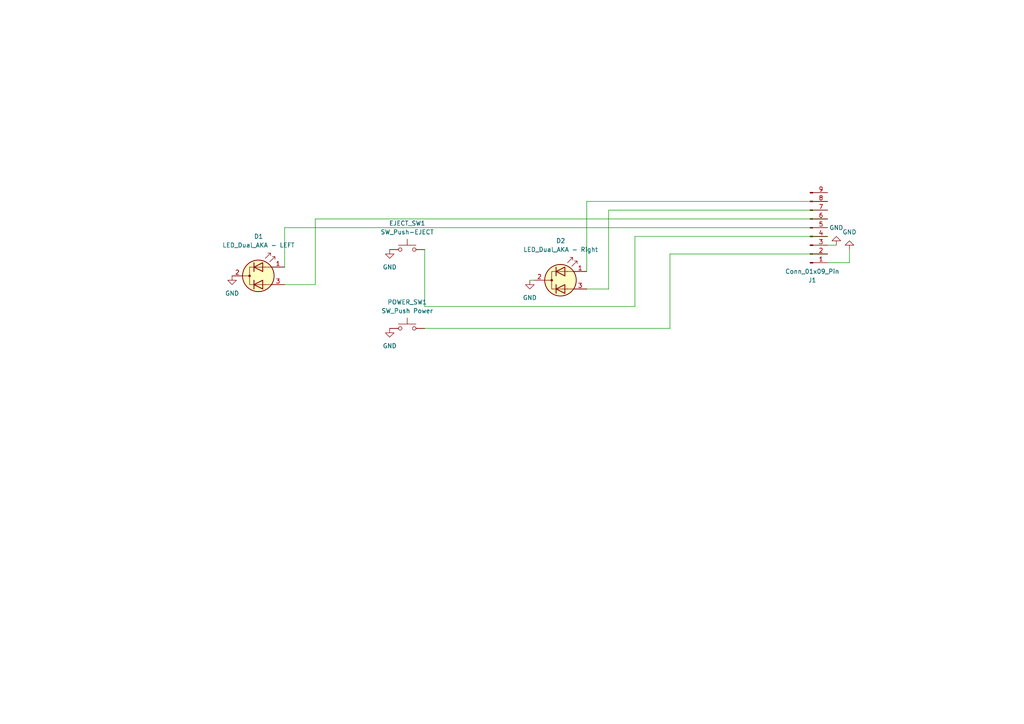
<source format=kicad_sch>
(kicad_sch (version 20231120) (generator "eeschema") (generator_version "8.0")
  (paper "A4")
  (lib_symbols
    (symbol "Connector:Conn_01x09_Pin" (pin_names (offset 1.016) hide)
      (property "Reference" "J" (at 0 12.7 0))
      (property "Value" "Conn_01x09_Pin" (at 0 -12.7 0))
      (symbol "Conn_01x09_Pin_1_1"
        (polyline (pts (xy 1.27 -10.16) (xy 0.8636 -10.16)) (stroke (width 0.1524)))
        (polyline (pts (xy 1.27 -7.62) (xy 0.8636 -7.62)) (stroke (width 0.1524)))
        (polyline (pts (xy 1.27 -5.08) (xy 0.8636 -5.08)) (stroke (width 0.1524)))
        (polyline (pts (xy 1.27 -2.54) (xy 0.8636 -2.54)) (stroke (width 0.1524)))
        (polyline (pts (xy 1.27 0) (xy 0.8636 0)) (stroke (width 0.1524)))
        (polyline (pts (xy 1.27 2.54) (xy 0.8636 2.54)) (stroke (width 0.1524)))
        (polyline (pts (xy 1.27 5.08) (xy 0.8636 5.08)) (stroke (width 0.1524)))
        (polyline (pts (xy 1.27 7.62) (xy 0.8636 7.62)) (stroke (width 0.1524)))
        (polyline (pts (xy 1.27 10.16) (xy 0.8636 10.16)) (stroke (width 0.1524)))
        (rectangle (start 0.8636 -10.033) (end 0 -10.287) (stroke (width 0.1524)) (fill (type outline)))
        (rectangle (start 0.8636 -7.493) (end 0 -7.747) (stroke (width 0.1524)) (fill (type outline)))
        (rectangle (start 0.8636 -4.953) (end 0 -5.207) (stroke (width 0.1524)) (fill (type outline)))
        (rectangle (start 0.8636 -2.413) (end 0 -2.667) (stroke (width 0.1524)) (fill (type outline)))
        (rectangle (start 0.8636 0.127) (end 0 -0.127) (stroke (width 0.1524)) (fill (type outline)))
        (rectangle (start 0.8636 2.667) (end 0 2.413) (stroke (width 0.1524)) (fill (type outline)))
        (rectangle (start 0.8636 5.207) (end 0 4.953) (stroke (width 0.1524)) (fill (type outline)))
        (rectangle (start 0.8636 7.747) (end 0 7.493) (stroke (width 0.1524)) (fill (type outline)))
        (rectangle (start 0.8636 10.287) (end 0 10.033) (stroke (width 0.1524)) (fill (type outline)))
        (pin passive line (at 5.08 10.16 180) (length 3.81) (name "Pin_1") (number "1"))
        (pin passive line (at 5.08 7.62 180) (length 3.81) (name "Pin_2") (number "2"))
        (pin passive line (at 5.08 5.08 180) (length 3.81) (name "Pin_3") (number "3"))
        (pin passive line (at 5.08 2.54 180) (length 3.81) (name "Pin_4") (number "4"))
        (pin passive line (at 5.08 0 180) (length 3.81) (name "Pin_5") (number "5"))
        (pin passive line (at 5.08 -2.54 180) (length 3.81) (name "Pin_6") (number "6"))
        (pin passive line (at 5.08 -5.08 180) (length 3.81) (name "Pin_7") (number "7"))
        (pin passive line (at 5.08 -7.62 180) (length 3.81) (name "Pin_8") (number "8"))
        (pin passive line (at 5.08 -10.16 180) (length 3.81) (name "Pin_9") (number "9"))
      )
    )
    (symbol "Device:LED_Dual_AKA" (pin_names (offset 0) hide)
      (property "Reference" "D" (at 0 5.715 0))
      (property "Value" "LED_Dual_AKA" (at 0 -6.35 0))
      (symbol "LED_Dual_AKA_0_1"
        (circle (center -2.54 0) (radius 0.2794) (fill (type outline)))
        (polyline (pts (xy -4.572 0) (xy -2.54 0)))
        (polyline (pts (xy -1.27 -1.27) (xy -1.27 -3.81)) (stroke (width 0.254)))
        (polyline (pts (xy -1.27 1.27) (xy -1.27 3.81)) (stroke (width 0.254)))
        (polyline (pts (xy 3.81 -2.54) (xy 1.905 -2.54)))
        (polyline (pts (xy 3.81 2.54) (xy 1.905 2.54)))
        (polyline (pts (xy 1.27 -3.81) (xy 1.27 -1.27) (xy -1.27 -2.54) (xy 1.27 -3.81)) (stroke (width 0.254)))
        (polyline (pts (xy 1.27 1.27) (xy 1.27 3.81) (xy -1.27 2.54) (xy 1.27 1.27)) (stroke (width 0.254)))
        (polyline (pts (xy 2.032 2.54) (xy -2.54 2.54) (xy -2.54 -2.54) (xy 2.032 -2.54)))
        (polyline (pts (xy 2.032 5.08) (xy 3.556 6.604) (xy 2.794 6.604) (xy 3.556 6.604) (xy 3.556 5.842)))
        (polyline (pts (xy 3.302 4.064) (xy 4.826 5.588) (xy 4.064 5.588) (xy 4.826 5.588) (xy 4.826 4.826)))
        (circle (center 0 0) (radius 4.572) (stroke (width 0.254)) (fill (type background)))
      )
      (symbol "LED_Dual_AKA_1_1"
        (pin input line (at 7.62 2.54 180) (length 3.81) (name "A1") (number "1"))
        (pin input line (at -7.62 0 0) (length 3.048) (name "K") (number "2"))
        (pin input line (at 7.62 -2.54 180) (length 3.81) (name "A2") (number "3"))
      )
    )
    (symbol "Switch:SW_Push" (pin_numbers hide) (pin_names (offset 1.016) hide)
      (property "Reference" "SW" (at 1.27 2.54 0))
      (property "Value" "SW_Push" (at 0 -1.524 0))
      (symbol "SW_Push_0_1"
        (circle (center -2.032 0) (radius 0.508))
        (polyline (pts (xy 0 1.27) (xy 0 3.048)))
        (polyline (pts (xy 2.54 1.27) (xy -2.54 1.27)))
        (circle (center 2.032 0) (radius 0.508))
        (pin passive line (at -5.08 0 0) (length 2.54) (name "1") (number "1"))
        (pin passive line (at 5.08 0 180) (length 2.54) (name "2") (number "2"))
      )
    )
    (symbol "power:GND" (power) (pin_names (offset 0))
      (property "Value" "GND" (at 0 -3.81 0))
      (symbol "GND_0_1"
        (polyline (pts (xy 0 0) (xy 0 -1.27) (xy 1.27 -1.27) (xy 0 -2.54) (xy -1.27 -1.27) (xy 0 -1.27)))
      )
      (symbol "GND_1_1"
        (pin power_in line (at 0 0 270) (length 0) hide (name "GND") (number "1"))
      )
    )
  )
  (wire (pts (xy 91.44 63.5) (xy 91.44 82.55)))
  (wire (pts (xy 240.03 68.58) (xy 184.15 68.58)))
  (wire (pts (xy 153.67 81.28) (xy 154.94 81.28)))
  (wire (pts (xy 240.03 58.42) (xy 170.18 58.42)))
  (wire (pts (xy 240.03 76.2) (xy 246.38 76.2)))
  (wire (pts (xy 176.53 60.96) (xy 240.03 60.96)))
  (wire (pts (xy 91.44 82.55) (xy 82.55 82.55)))
  (wire (pts (xy 194.31 73.66) (xy 194.31 95.25)))
  (wire (pts (xy 176.53 83.82) (xy 170.18 83.82)))
  (wire (pts (xy 240.03 73.66) (xy 194.31 73.66)))
  (wire (pts (xy 240.03 66.04) (xy 82.55 66.04)))
  (wire (pts (xy 194.31 95.25) (xy 123.19 95.25)))
  (wire (pts (xy 82.55 66.04) (xy 82.55 77.47)))
  (wire (pts (xy 170.18 58.42) (xy 170.18 78.74)))
  (wire (pts (xy 176.53 60.96) (xy 176.53 83.82)))
  (wire (pts (xy 184.15 88.9) (xy 123.19 88.9)))
  (wire (pts (xy 246.38 72.39) (xy 246.38 76.2)))
  (wire (pts (xy 240.03 63.5) (xy 91.44 63.5)))
  (wire (pts (xy 240.03 71.12) (xy 242.57 71.12)))
  (wire (pts (xy 123.19 88.9) (xy 123.19 72.39)))
  (wire (pts (xy 184.15 68.58) (xy 184.15 88.9)))
  (symbol (lib_id "power:GND") (at 242.57 71.12 0) (mirror x) (unit 1)
    (property "Reference" "#PWR01" (effects (hide yes)))
    (property "Value" "GND" (at 242.57 66.04 0))
  )
  (symbol (lib_id "power:GND") (at 113.03 72.39 0) (unit 1)
    (property "Reference" "#PWR03" (effects (hide yes)))
    (property "Value" "GND" (at 113.03 77.47 0))
  )
  (symbol (lib_id "Switch:SW_Push") (at 118.11 95.25 0) (unit 1)
    (property "Reference" "POWER_SW1" (at 118.11 87.63 0))
    (property "Value" "SW_Push Power" (at 118.11 90.17 0))
    (property "Footprint" "Button_Switch_THT:SW_PUSH_6mm_H4.3mm" (effects (hide yes)))
  )
  (symbol (lib_id "power:GND") (at 153.67 81.28 0) (unit 1)
    (property "Reference" "#PWR05" (effects (hide yes)))
    (property "Value" "GND" (at 153.67 86.36 0))
  )
  (symbol (lib_id "power:GND") (at 67.31 80.01 0) (unit 1)
    (property "Reference" "#PWR04" (effects (hide yes)))
    (property "Value" "GND" (at 67.31 85.09 0))
  )
  (symbol (lib_id "Switch:SW_Push") (at 118.11 72.39 0) (unit 1)
    (property "Reference" "EJECT_SW1" (at 118.11 64.77 0))
    (property "Value" "SW_Push-EJECT" (at 118.11 67.31 0))
    (property "Footprint" "Button_Switch_THT:SW_PUSH_6mm_H4.3mm" (effects (hide yes)))
  )
  (symbol (lib_id "Device:LED_Dual_AKA") (at 162.56 81.28 0) (unit 1)
    (property "Reference" "D2" (at 162.6235 69.85 0))
    (property "Value" "LED_Dual_AKA - Right" (at 162.6235 72.39 0))
    (property "Footprint" "LED_THT:LED_D3.0mm-3" (effects (hide yes)))
  )
  (symbol (lib_id "Device:LED_Dual_AKA") (at 74.93 80.01 0) (unit 1)
    (property "Reference" "D1" (at 74.9935 68.58 0))
    (property "Value" "LED_Dual_AKA - LEFT" (at 74.9935 71.12 0))
    (property "Footprint" "LED_THT:LED_D3.0mm-3" (effects (hide yes)))
  )
  (symbol (lib_id "power:GND") (at 246.38 72.39 0) (mirror x) (unit 1)
    (property "Reference" "#PWR06" (effects (hide yes)))
    (property "Value" "GND" (at 246.38 67.31 0))
  )
  (symbol (lib_id "power:GND") (at 113.03 95.25 0) (unit 1)
    (property "Reference" "#PWR02" (effects (hide yes)))
    (property "Value" "GND" (at 113.03 100.33 0))
  )
  (symbol (lib_id "Connector:Conn_01x09_Pin") (at 234.95 66.04 0) (mirror x) (unit 1)
    (property "Reference" "J1" (at 235.585 81.28 0))
    (property "Value" "Conn_01x09_Pin" (at 235.585 78.74 0))
    (property "Footprint" "Connector_PinHeader_2.00mm:PinHeader_1x09_P2.00mm_Vertical" (effects (hide yes)))
  )
)
</source>
